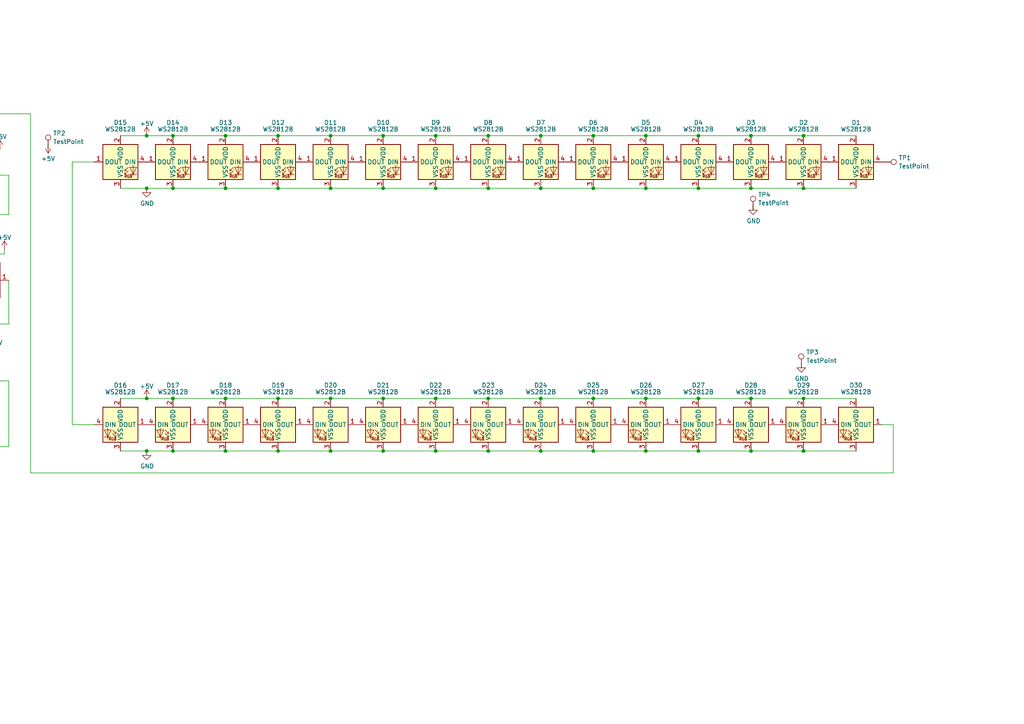
<source format=kicad_sch>
(kicad_sch (version 20231120) (generator "eeschema") (generator_version "8.0")
  (paper "A4")
  (lib_symbols
    (symbol "+5V_1" (power) (pin_numbers hide) (pin_names (offset 0) hide)
      (property "Value" "+5V" (at 0 3.556 0))
      (symbol "+5V_1_1_1"
        (pin power_in line (at 0 0 90) (length 0) (name "~") (number "1"))
      )
    )
    (symbol "Connector:TestPoint" (pin_numbers hide) (pin_names (offset 0.762) hide)
      (property "Reference" "TP" (at 0 6.858 0))
      (property "Value" "TestPoint" (at 0 5.08 0))
      (symbol "TestPoint_1_1"
        (pin passive line (at 0 0 90) (length 2.54) (name "1") (number "1"))
      )
    )
    (symbol "GND_1" (power) (pin_numbers hide) (pin_names (offset 0) hide)
      (property "Value" "GND" (at 0 -3.81 0))
      (symbol "GND_1_1_1"
        (pin power_in line (at 0 0 270) (length 0) (name "~") (number "1"))
      )
    )
    (symbol "xl-1010RGBC_107"
      (property "Reference" "U" (at 0 0 0))
      (symbol "xl-1010RGBC_107_0_0"
        (text "RGB" (at 2.286 -4.191 0) (effects (font (size 0.762 0.762))))
      )
      (symbol "xl-1010RGBC_107_1_1"
        (pin output line (at -7.62 0 0) (length 2.54) (name "DOUT") (number "1"))
        (pin power_in line (at 0 7.62 270) (length 2.54) (name "VDD") (number "2"))
        (pin power_in line (at 0 -7.62 90) (length 2.54) (name "VSS") (number "3"))
        (pin input line (at 7.62 0 180) (length 2.54) (name "DIN") (number "4"))
      )
    )
    (symbol "xl-1010RGBC_108"
      (property "Reference" "U" (at 0 0 0))
      (symbol "xl-1010RGBC_108_0_0"
        (text "RGB" (at 2.286 -4.191 0) (effects (font (size 0.762 0.762))))
      )
      (symbol "xl-1010RGBC_108_1_1"
        (pin output line (at -7.62 0 0) (length 2.54) (name "DOUT") (number "1"))
        (pin power_in line (at 0 7.62 270) (length 2.54) (name "VDD") (number "2"))
        (pin power_in line (at 0 -7.62 90) (length 2.54) (name "VSS") (number "3"))
        (pin input line (at 7.62 0 180) (length 2.54) (name "DIN") (number "4"))
      )
    )
    (symbol "xl-1010RGBC_109"
      (property "Reference" "U" (at 0 0 0))
      (symbol "xl-1010RGBC_109_0_0"
        (text "RGB" (at 2.286 -4.191 0) (effects (font (size 0.762 0.762))))
      )
      (symbol "xl-1010RGBC_109_1_1"
        (pin output line (at -7.62 0 0) (length 2.54) (name "DOUT") (number "1"))
        (pin power_in line (at 0 7.62 270) (length 2.54) (name "VDD") (number "2"))
        (pin power_in line (at 0 -7.62 90) (length 2.54) (name "VSS") (number "3"))
        (pin input line (at 7.62 0 180) (length 2.54) (name "DIN") (number "4"))
      )
    )
    (symbol "xl-1010RGBC_110"
      (property "Reference" "U" (at 0 0 0))
      (symbol "xl-1010RGBC_110_0_0"
        (text "RGB" (at 2.286 -4.191 0) (effects (font (size 0.762 0.762))))
      )
      (symbol "xl-1010RGBC_110_1_1"
        (pin output line (at -7.62 0 0) (length 2.54) (name "DOUT") (number "1"))
        (pin power_in line (at 0 7.62 270) (length 2.54) (name "VDD") (number "2"))
        (pin power_in line (at 0 -7.62 90) (length 2.54) (name "VSS") (number "3"))
        (pin input line (at 7.62 0 180) (length 2.54) (name "DIN") (number "4"))
      )
    )
    (symbol "xl-1010RGBC_111"
      (property "Reference" "U" (at 0 0 0))
      (symbol "xl-1010RGBC_111_0_0"
        (text "RGB" (at 2.286 -4.191 0) (effects (font (size 0.762 0.762))))
      )
      (symbol "xl-1010RGBC_111_1_1"
        (pin output line (at -7.62 0 0) (length 2.54) (name "DOUT") (number "1"))
        (pin power_in line (at 0 7.62 270) (length 2.54) (name "VDD") (number "2"))
        (pin power_in line (at 0 -7.62 90) (length 2.54) (name "VSS") (number "3"))
        (pin input line (at 7.62 0 180) (length 2.54) (name "DIN") (number "4"))
      )
    )
    (symbol "xl-1010RGBC_112"
      (property "Reference" "U" (at 0 0 0))
      (symbol "xl-1010RGBC_112_0_0"
        (text "RGB" (at 2.286 -4.191 0) (effects (font (size 0.762 0.762))))
      )
      (symbol "xl-1010RGBC_112_1_1"
        (pin output line (at -7.62 0 0) (length 2.54) (name "DOUT") (number "1"))
        (pin power_in line (at 0 7.62 270) (length 2.54) (name "VDD") (number "2"))
        (pin power_in line (at 0 -7.62 90) (length 2.54) (name "VSS") (number "3"))
        (pin input line (at 7.62 0 180) (length 2.54) (name "DIN") (number "4"))
      )
    )
    (symbol "xl-1010RGBC_113"
      (property "Reference" "U" (at 0 0 0))
      (symbol "xl-1010RGBC_113_0_0"
        (text "RGB" (at 2.286 -4.191 0) (effects (font (size 0.762 0.762))))
      )
      (symbol "xl-1010RGBC_113_1_1"
        (pin output line (at -7.62 0 0) (length 2.54) (name "DOUT") (number "1"))
        (pin power_in line (at 0 7.62 270) (length 2.54) (name "VDD") (number "2"))
        (pin power_in line (at 0 -7.62 90) (length 2.54) (name "VSS") (number "3"))
        (pin input line (at 7.62 0 180) (length 2.54) (name "DIN") (number "4"))
      )
    )
    (symbol "xl-1010RGBC_114"
      (property "Reference" "U" (at 0 0 0))
      (symbol "xl-1010RGBC_114_0_0"
        (text "RGB" (at 2.286 -4.191 0) (effects (font (size 0.762 0.762))))
      )
      (symbol "xl-1010RGBC_114_1_1"
        (pin output line (at -7.62 0 0) (length 2.54) (name "DOUT") (number "1"))
        (pin power_in line (at 0 7.62 270) (length 2.54) (name "VDD") (number "2"))
        (pin power_in line (at 0 -7.62 90) (length 2.54) (name "VSS") (number "3"))
        (pin input line (at 7.62 0 180) (length 2.54) (name "DIN") (number "4"))
      )
    )
    (symbol "xl-1010RGBC_165"
      (property "Reference" "U" (at 0 0 0))
      (symbol "xl-1010RGBC_165_0_0"
        (text "RGB" (at 2.286 -4.191 0) (effects (font (size 0.762 0.762))))
      )
      (symbol "xl-1010RGBC_165_1_1"
        (pin output line (at -7.62 0 0) (length 2.54) (name "DOUT") (number "1"))
        (pin power_in line (at 0 7.62 270) (length 2.54) (name "VDD") (number "2"))
        (pin power_in line (at 0 -7.62 90) (length 2.54) (name "VSS") (number "3"))
        (pin input line (at 7.62 0 180) (length 2.54) (name "DIN") (number "4"))
      )
    )
    (symbol "xl-1010RGBC_169"
      (property "Reference" "U" (at 0 0 0))
      (symbol "xl-1010RGBC_169_0_0"
        (text "RGB" (at 2.286 -4.191 0) (effects (font (size 0.762 0.762))))
      )
      (symbol "xl-1010RGBC_169_1_1"
        (pin output line (at -7.62 0 0) (length 2.54) (name "DOUT") (number "1"))
        (pin power_in line (at 0 7.62 270) (length 2.54) (name "VDD") (number "2"))
        (pin power_in line (at 0 -7.62 90) (length 2.54) (name "VSS") (number "3"))
        (pin input line (at 7.62 0 180) (length 2.54) (name "DIN") (number "4"))
      )
    )
    (symbol "xl-1010RGBC_183"
      (property "Reference" "U" (at 0 0 0))
      (symbol "xl-1010RGBC_183_0_0"
        (text "RGB" (at 2.286 -4.191 0) (effects (font (size 0.762 0.762))))
      )
      (symbol "xl-1010RGBC_183_1_1"
        (pin output line (at -7.62 0 0) (length 2.54) (name "DOUT") (number "1"))
        (pin power_in line (at 0 7.62 270) (length 2.54) (name "VDD") (number "2"))
        (pin power_in line (at 0 -7.62 90) (length 2.54) (name "VSS") (number "3"))
        (pin input line (at 7.62 0 180) (length 2.54) (name "DIN") (number "4"))
      )
    )
    (symbol "xl-1010RGBC_226"
      (property "Reference" "U" (at 0 0 0))
      (symbol "xl-1010RGBC_226_0_0"
        (text "RGB" (at 2.286 -4.191 0) (effects (font (size 0.762 0.762))))
      )
      (symbol "xl-1010RGBC_226_1_1"
        (pin output line (at -7.62 0 0) (length 2.54) (name "DOUT") (number "1"))
        (pin power_in line (at 0 7.62 270) (length 2.54) (name "VDD") (number "2"))
        (pin power_in line (at 0 -7.62 90) (length 2.54) (name "VSS") (number "3"))
        (pin input line (at 7.62 0 180) (length 2.54) (name "DIN") (number "4"))
      )
    )
    (symbol "xl-1010RGBC_243"
      (property "Reference" "U" (at 0 0 0))
      (symbol "xl-1010RGBC_243_0_0"
        (text "RGB" (at 2.286 -4.191 0) (effects (font (size 0.762 0.762))))
      )
      (symbol "xl-1010RGBC_243_1_1"
        (pin output line (at -7.62 0 0) (length 2.54) (name "DOUT") (number "1"))
        (pin power_in line (at 0 7.62 270) (length 2.54) (name "VDD") (number "2"))
        (pin power_in line (at 0 -7.62 90) (length 2.54) (name "VSS") (number "3"))
        (pin input line (at 7.62 0 180) (length 2.54) (name "DIN") (number "4"))
      )
    )
    (symbol "xl-1010RGBC_295"
      (property "Reference" "U" (at 0 0 0))
      (symbol "xl-1010RGBC_295_0_0"
        (text "RGB" (at 2.286 -4.191 0) (effects (font (size 0.762 0.762))))
      )
      (symbol "xl-1010RGBC_295_1_1"
        (pin output line (at -7.62 0 0) (length 2.54) (name "DOUT") (number "1"))
        (pin power_in line (at 0 7.62 270) (length 2.54) (name "VDD") (number "2"))
        (pin power_in line (at 0 -7.62 90) (length 2.54) (name "VSS") (number "3"))
        (pin input line (at 7.62 0 180) (length 2.54) (name "DIN") (number "4"))
      )
    )
    (symbol "xl-1010RGBC_296"
      (property "Reference" "U" (at 0 0 0))
      (symbol "xl-1010RGBC_296_0_0"
        (text "RGB" (at 2.286 -4.191 0) (effects (font (size 0.762 0.762))))
      )
      (symbol "xl-1010RGBC_296_1_1"
        (pin output line (at -7.62 0 0) (length 2.54) (name "DOUT") (number "1"))
        (pin power_in line (at 0 7.62 270) (length 2.54) (name "VDD") (number "2"))
        (pin power_in line (at 0 -7.62 90) (length 2.54) (name "VSS") (number "3"))
        (pin input line (at 7.62 0 180) (length 2.54) (name "DIN") (number "4"))
      )
    )
    (symbol "xl-1010RGBC_306"
      (property "Reference" "U" (at 0 0 0))
      (symbol "xl-1010RGBC_306_0_0"
        (text "RGB" (at 2.286 -4.191 0) (effects (font (size 0.762 0.762))))
      )
      (symbol "xl-1010RGBC_306_1_1"
        (pin output line (at -7.62 0 0) (length 2.54) (name "DOUT") (number "1"))
        (pin power_in line (at 0 7.62 270) (length 2.54) (name "VDD") (number "2"))
        (pin power_in line (at 0 -7.62 90) (length 2.54) (name "VSS") (number "3"))
        (pin input line (at 7.62 0 180) (length 2.54) (name "DIN") (number "4"))
      )
    )
    (symbol "xl-1010RGBC_311"
      (property "Reference" "U" (at 0 0 0))
      (symbol "xl-1010RGBC_311_0_0"
        (text "RGB" (at 2.286 -4.191 0) (effects (font (size 0.762 0.762))))
      )
      (symbol "xl-1010RGBC_311_1_1"
        (pin output line (at -7.62 0 0) (length 2.54) (name "DOUT") (number "1"))
        (pin power_in line (at 0 7.62 270) (length 2.54) (name "VDD") (number "2"))
        (pin power_in line (at 0 -7.62 90) (length 2.54) (name "VSS") (number "3"))
        (pin input line (at 7.62 0 180) (length 2.54) (name "DIN") (number "4"))
      )
    )
    (symbol "xl-1010RGBC_317"
      (property "Reference" "U" (at 0 0 0))
      (symbol "xl-1010RGBC_317_0_0"
        (text "RGB" (at 2.286 -4.191 0) (effects (font (size 0.762 0.762))))
      )
      (symbol "xl-1010RGBC_317_1_1"
        (pin output line (at -7.62 0 0) (length 2.54) (name "DOUT") (number "1"))
        (pin power_in line (at 0 7.62 270) (length 2.54) (name "VDD") (number "2"))
        (pin power_in line (at 0 -7.62 90) (length 2.54) (name "VSS") (number "3"))
        (pin input line (at 7.62 0 180) (length 2.54) (name "DIN") (number "4"))
      )
    )
    (symbol "xl-1010RGBC_318"
      (property "Reference" "U" (at 0 0 0))
      (symbol "xl-1010RGBC_318_0_0"
        (text "RGB" (at 2.286 -4.191 0) (effects (font (size 0.762 0.762))))
      )
      (symbol "xl-1010RGBC_318_1_1"
        (pin output line (at -7.62 0 0) (length 2.54) (name "DOUT") (number "1"))
        (pin power_in line (at 0 7.62 270) (length 2.54) (name "VDD") (number "2"))
        (pin power_in line (at 0 -7.62 90) (length 2.54) (name "VSS") (number "3"))
        (pin input line (at 7.62 0 180) (length 2.54) (name "DIN") (number "4"))
      )
    )
    (symbol "xl-1010RGBC_323"
      (property "Reference" "U" (at 0 0 0))
      (symbol "xl-1010RGBC_323_0_0"
        (text "RGB" (at 2.286 -4.191 0) (effects (font (size 0.762 0.762))))
      )
      (symbol "xl-1010RGBC_323_1_1"
        (pin output line (at -7.62 0 0) (length 2.54) (name "DOUT") (number "1"))
        (pin power_in line (at 0 7.62 270) (length 2.54) (name "VDD") (number "2"))
        (pin power_in line (at 0 -7.62 90) (length 2.54) (name "VSS") (number "3"))
        (pin input line (at 7.62 0 180) (length 2.54) (name "DIN") (number "4"))
      )
    )
    (symbol "xl-1010RGBC_324"
      (property "Reference" "U" (at 0 0 0))
      (symbol "xl-1010RGBC_324_0_0"
        (text "RGB" (at 2.286 -4.191 0) (effects (font (size 0.762 0.762))))
      )
      (symbol "xl-1010RGBC_324_1_1"
        (pin output line (at -7.62 0 0) (length 2.54) (name "DOUT") (number "1"))
        (pin power_in line (at 0 7.62 270) (length 2.54) (name "VDD") (number "2"))
        (pin power_in line (at 0 -7.62 90) (length 2.54) (name "VSS") (number "3"))
        (pin input line (at 7.62 0 180) (length 2.54) (name "DIN") (number "4"))
      )
    )
    (symbol "xl-1010RGBC_349"
      (property "Reference" "U" (at 0 0 0))
      (symbol "xl-1010RGBC_349_0_0"
        (text "RGB" (at 2.286 -4.191 0) (effects (font (size 0.762 0.762))))
      )
      (symbol "xl-1010RGBC_349_1_1"
        (pin output line (at -7.62 0 0) (length 2.54) (name "DOUT") (number "1"))
        (pin power_in line (at 0 7.62 270) (length 2.54) (name "VDD") (number "2"))
        (pin power_in line (at 0 -7.62 90) (length 2.54) (name "VSS") (number "3"))
        (pin input line (at 7.62 0 180) (length 2.54) (name "DIN") (number "4"))
      )
    )
    (symbol "xl-1010RGBC_390"
      (property "Reference" "U" (at 0 0 0))
      (symbol "xl-1010RGBC_390_0_0"
        (text "RGB" (at 2.286 -4.191 0) (effects (font (size 0.762 0.762))))
      )
      (symbol "xl-1010RGBC_390_1_1"
        (pin output line (at -7.62 0 0) (length 2.54) (name "DOUT") (number "1"))
        (pin power_in line (at 0 7.62 270) (length 2.54) (name "VDD") (number "2"))
        (pin power_in line (at 0 -7.62 90) (length 2.54) (name "VSS") (number "3"))
        (pin input line (at 7.62 0 180) (length 2.54) (name "DIN") (number "4"))
      )
    )
    (symbol "xl-1010RGBC_395"
      (property "Reference" "U" (at 0 0 0))
      (symbol "xl-1010RGBC_395_0_0"
        (text "RGB" (at 2.286 -4.191 0) (effects (font (size 0.762 0.762))))
      )
      (symbol "xl-1010RGBC_395_1_1"
        (pin output line (at -7.62 0 0) (length 2.54) (name "DOUT") (number "1"))
        (pin power_in line (at 0 7.62 270) (length 2.54) (name "VDD") (number "2"))
        (pin power_in line (at 0 -7.62 90) (length 2.54) (name "VSS") (number "3"))
        (pin input line (at 7.62 0 180) (length 2.54) (name "DIN") (number "4"))
      )
    )
    (symbol "xl-1010RGBC_403"
      (property "Reference" "U" (at 0 0 0))
      (symbol "xl-1010RGBC_403_0_0"
        (text "RGB" (at 2.286 -4.191 0) (effects (font (size 0.762 0.762))))
      )
      (symbol "xl-1010RGBC_403_1_1"
        (pin output line (at -7.62 0 0) (length 2.54) (name "DOUT") (number "1"))
        (pin power_in line (at 0 7.62 270) (length 2.54) (name "VDD") (number "2"))
        (pin power_in line (at 0 -7.62 90) (length 2.54) (name "VSS") (number "3"))
        (pin input line (at 7.62 0 180) (length 2.54) (name "DIN") (number "4"))
      )
    )
    (symbol "xl-1010RGBC_426"
      (property "Reference" "U" (at 0 0 0))
      (symbol "xl-1010RGBC_426_0_0"
        (text "RGB" (at 2.286 -4.191 0) (effects (font (size 0.762 0.762))))
      )
      (symbol "xl-1010RGBC_426_1_1"
        (pin output line (at -7.62 0 0) (length 2.54) (name "DOUT") (number "1"))
        (pin power_in line (at 0 7.62 270) (length 2.54) (name "VDD") (number "2"))
        (pin power_in line (at 0 -7.62 90) (length 2.54) (name "VSS") (number "3"))
        (pin input line (at 7.62 0 180) (length 2.54) (name "DIN") (number "4"))
      )
    )
    (symbol "xl-1010RGBC_427"
      (property "Reference" "U" (at 0 0 0))
      (symbol "xl-1010RGBC_427_0_0"
        (text "RGB" (at 2.286 -4.191 0) (effects (font (size 0.762 0.762))))
      )
      (symbol "xl-1010RGBC_427_1_1"
        (pin output line (at -7.62 0 0) (length 2.54) (name "DOUT") (number "1"))
        (pin power_in line (at 0 7.62 270) (length 2.54) (name "VDD") (number "2"))
        (pin power_in line (at 0 -7.62 90) (length 2.54) (name "VSS") (number "3"))
        (pin input line (at 7.62 0 180) (length 2.54) (name "DIN") (number "4"))
      )
    )
    (symbol "xl-1010RGBC_428"
      (property "Reference" "U" (at 0 0 0))
      (symbol "xl-1010RGBC_428_0_0"
        (text "RGB" (at 2.286 -4.191 0) (effects (font (size 0.762 0.762))))
      )
      (symbol "xl-1010RGBC_428_1_1"
        (pin output line (at -7.62 0 0) (length 2.54) (name "DOUT") (number "1"))
        (pin power_in line (at 0 7.62 270) (length 2.54) (name "VDD") (number "2"))
        (pin power_in line (at 0 -7.62 90) (length 2.54) (name "VSS") (number "3"))
        (pin input line (at 7.62 0 180) (length 2.54) (name "DIN") (number "4"))
      )
    )
    (symbol "xl-1010RGBC_429"
      (property "Reference" "U" (at 0 0 0))
      (symbol "xl-1010RGBC_429_0_0"
        (text "RGB" (at 2.286 -4.191 0) (effects (font (size 0.762 0.762))))
      )
      (symbol "xl-1010RGBC_429_1_1"
        (pin output line (at -7.62 0 0) (length 2.54) (name "DOUT") (number "1"))
        (pin power_in line (at 0 7.62 270) (length 2.54) (name "VDD") (number "2"))
        (pin power_in line (at 0 -7.62 90) (length 2.54) (name "VSS") (number "3"))
        (pin input line (at 7.62 0 180) (length 2.54) (name "DIN") (number "4"))
      )
    )
    (symbol "xl-1010RGBC_430"
      (property "Reference" "U" (at 0 0 0))
      (symbol "xl-1010RGBC_430_0_0"
        (text "RGB" (at 2.286 -4.191 0) (effects (font (size 0.762 0.762))))
      )
      (symbol "xl-1010RGBC_430_1_1"
        (pin output line (at -7.62 0 0) (length 2.54) (name "DOUT") (number "1"))
        (pin power_in line (at 0 7.62 270) (length 2.54) (name "VDD") (number "2"))
        (pin power_in line (at 0 -7.62 90) (length 2.54) (name "VSS") (number "3"))
        (pin input line (at 7.62 0 180) (length 2.54) (name "DIN") (number "4"))
      )
    )
    (symbol "xl-1010RGBC_431"
      (property "Reference" "U" (at 0 0 0))
      (symbol "xl-1010RGBC_431_0_0"
        (text "RGB" (at 2.286 -4.191 0) (effects (font (size 0.762 0.762))))
      )
      (symbol "xl-1010RGBC_431_1_1"
        (pin output line (at -7.62 0 0) (length 2.54) (name "DOUT") (number "1"))
        (pin power_in line (at 0 7.62 270) (length 2.54) (name "VDD") (number "2"))
        (pin power_in line (at 0 -7.62 90) (length 2.54) (name "VSS") (number "3"))
        (pin input line (at 7.62 0 180) (length 2.54) (name "DIN") (number "4"))
      )
    )
    (symbol "xl-1010RGBC_432"
      (property "Reference" "U" (at 0 0 0))
      (symbol "xl-1010RGBC_432_0_0"
        (text "RGB" (at 2.286 -4.191 0) (effects (font (size 0.762 0.762))))
      )
      (symbol "xl-1010RGBC_432_1_1"
        (pin output line (at -7.62 0 0) (length 2.54) (name "DOUT") (number "1"))
        (pin power_in line (at 0 7.62 270) (length 2.54) (name "VDD") (number "2"))
        (pin power_in line (at 0 -7.62 90) (length 2.54) (name "VSS") (number "3"))
        (pin input line (at 7.62 0 180) (length 2.54) (name "DIN") (number "4"))
      )
    )
    (symbol "xl-1010RGBC_433"
      (property "Reference" "U" (at 0 0 0))
      (symbol "xl-1010RGBC_433_0_0"
        (text "RGB" (at 2.286 -4.191 0) (effects (font (size 0.762 0.762))))
      )
      (symbol "xl-1010RGBC_433_1_1"
        (pin output line (at -7.62 0 0) (length 2.54) (name "DOUT") (number "1"))
        (pin power_in line (at 0 7.62 270) (length 2.54) (name "VDD") (number "2"))
        (pin power_in line (at 0 -7.62 90) (length 2.54) (name "VSS") (number "3"))
        (pin input line (at 7.62 0 180) (length 2.54) (name "DIN") (number "4"))
      )
    )
  )
  (junction (at 80.645 39.37))
  (junction (at 141.605 115.57))
  (junction (at 172.085 39.37))
  (junction (at 156.845 54.61))
  (junction (at 95.885 39.37))
  (junction (at 126.365 130.81))
  (junction (at -26.67 66.04))
  (junction (at 111.125 115.57))
  (junction (at 65.405 54.61))
  (junction (at -24.13 92.71))
  (junction (at 202.565 39.37))
  (junction (at -24.13 119.38))
  (junction (at 42.545 39.37))
  (junction (at 65.405 130.81))
  (junction (at 80.645 54.61))
  (junction (at 202.565 115.57))
  (junction (at 95.885 130.81))
  (junction (at 141.605 130.81))
  (junction (at 65.405 115.57))
  (junction (at 42.545 115.57))
  (junction (at -5.08 73.66))
  (junction (at 141.605 39.37))
  (junction (at 80.645 130.81))
  (junction (at 156.845 130.81))
  (junction (at 50.165 39.37))
  (junction (at 80.645 115.57))
  (junction (at 187.325 130.81))
  (junction (at 187.325 39.37))
  (junction (at 42.545 130.81))
  (junction (at 172.085 54.61))
  (junction (at 65.405 39.37))
  (junction (at 95.885 115.57))
  (junction (at 202.565 130.81))
  (junction (at 217.805 39.37))
  (junction (at 217.805 54.61))
  (junction (at 187.325 54.61))
  (junction (at 50.165 54.61))
  (junction (at 111.125 54.61))
  (junction (at 233.045 54.61))
  (junction (at 233.045 39.37))
  (junction (at 233.045 130.81))
  (junction (at 50.165 115.57))
  (junction (at 217.805 130.81))
  (junction (at 50.165 130.81))
  (junction (at -7.62 43.18))
  (junction (at 111.125 130.81))
  (junction (at 172.085 130.81))
  (junction (at 42.545 54.61))
  (junction (at 187.325 115.57))
  (junction (at 156.845 115.57))
  (junction (at 202.565 54.61))
  (junction (at 126.365 39.37))
  (junction (at 156.845 39.37))
  (junction (at 126.365 115.57))
  (junction (at 217.805 115.57))
  (junction (at 141.605 54.61))
  (junction (at 126.365 54.61))
  (junction (at 95.885 54.61))
  (junction (at 111.125 39.37))
  (junction (at -7.62 102.87))
  (junction (at 233.045 115.57))
  (junction (at 172.085 115.57))
  (wire (pts (xy -59.69 100.33) (xy -59.69 97.79)))
  (wire (pts (xy -82.55 76.2) (xy -82.55 90.17)))
  (wire (pts (xy -34.29 58.42) (xy -35.56 58.42)))
  (wire (pts (xy -25.4 33.02) (xy -36.83 44.45)))
  (wire (pts (xy 111.125 39.37) (xy 126.365 39.37)))
  (wire (pts (xy 259.08 123.19) (xy 259.08 137.16)))
  (wire (pts (xy -26.67 66.04) (xy -20.32 66.04)))
  (wire (pts (xy -36.83 57.15) (xy -35.56 58.42)))
  (wire (pts (xy 50.165 115.57) (xy 65.405 115.57)))
  (wire (pts (xy 8.89 33.02) (xy -25.4 33.02)))
  (wire (pts (xy -13.97 73.66) (xy -5.08 73.66)))
  (wire (pts (xy -24.13 92.71) (xy -15.24 92.71)))
  (wire (pts (xy 80.645 54.61) (xy 95.885 54.61)))
  (wire (pts (xy 202.565 115.57) (xy 217.805 115.57)))
  (wire (pts (xy 65.405 39.37) (xy 80.645 39.37)))
  (wire (pts (xy 13.97 41.91) (xy 13.97 43.18)))
  (wire (pts (xy 34.925 115.57) (xy 42.545 115.57)))
  (wire (pts (xy -12.7 58.42) (xy -7.62 58.42)))
  (wire (pts (xy -90.17 116.84) (xy -90.17 119.38)))
  (wire (pts (xy 0 43.18) (xy -7.62 43.18)))
  (wire (pts (xy 141.605 130.81) (xy 156.845 130.81)))
  (wire (pts (xy -74.93 81.28) (xy -74.93 83.82)))
  (wire (pts (xy -74.93 71.12) (xy -74.93 68.58)))
  (wire (pts (xy -12.7 43.18) (xy -7.62 43.18)))
  (wire (pts (xy 233.045 130.81) (xy 248.285 130.81)))
  (wire (pts (xy 27.305 46.99) (xy 20.955 46.99)))
  (wire (pts (xy 95.885 39.37) (xy 111.125 39.37)))
  (wire (pts (xy -36.83 44.45) (xy -36.83 57.15)))
  (wire (pts (xy 232.41 105.41) (xy 232.41 106.68)))
  (wire (pts (xy -52.07 83.82) (xy -45.72 83.82)))
  (wire (pts (xy -59.69 110.49) (xy -59.69 113.03)))
  (wire (pts (xy -24.13 104.14) (xy -16.51 104.14)))
  (wire (pts (xy 80.645 115.57) (xy 95.885 115.57)))
  (wire (pts (xy 80.645 39.37) (xy 95.885 39.37)))
  (wire (pts (xy 217.805 39.37) (xy 233.045 39.37)))
  (wire (pts (xy -12.7 58.42) (xy -20.32 66.04)))
  (wire (pts (xy 126.365 54.61) (xy 141.605 54.61)))
  (wire (pts (xy 187.325 130.81) (xy 202.565 130.81)))
  (wire (pts (xy 0 50.8) (xy 2.54 50.8)))
  (wire (pts (xy 8.89 137.16) (xy 259.08 137.16)))
  (wire (pts (xy -19.05 71.12) (xy -10.16 62.23)))
  (wire (pts (xy 217.805 54.61) (xy 233.045 54.61)))
  (wire (pts (xy -59.69 88.9) (xy -59.69 91.44)))
  (wire (pts (xy -74.93 124.46) (xy -74.93 127)))
  (wire (pts (xy 42.545 54.61) (xy 50.165 54.61)))
  (wire (pts (xy 65.405 115.57) (xy 80.645 115.57)))
  (wire (pts (xy 233.045 39.37) (xy 248.285 39.37)))
  (wire (pts (xy 156.845 39.37) (xy 172.085 39.37)))
  (wire (pts (xy 202.565 39.37) (xy 217.805 39.37)))
  (wire (pts (xy -16.51 104.14) (xy -15.24 102.87)))
  (wire (pts (xy 2.54 62.23) (xy -10.16 62.23)))
  (wire (pts (xy -67.31 76.2) (xy -67.31 83.82)))
  (wire (pts (xy 34.925 130.81) (xy 42.545 130.81)))
  (wire (pts (xy 20.955 123.19) (xy 27.305 123.19)))
  (wire (pts (xy 2.54 50.8) (xy 2.54 62.23)))
  (wire (pts (xy 172.085 130.81) (xy 187.325 130.81)))
  (wire (pts (xy 42.545 130.81) (xy 50.165 130.81)))
  (wire (pts (xy -11.43 93.98) (xy -16.51 99.06)))
  (wire (pts (xy -67.31 97.79) (xy -67.31 105.41)))
  (wire (pts (xy -41.91 87.63) (xy -45.72 83.82)))
  (wire (pts (xy -16.51 52.07) (xy -16.51 55.88)))
  (wire (pts (xy -90.17 95.25) (xy -90.17 97.79)))
  (wire (pts (xy 2.54 129.54) (xy -31.75 129.54)))
  (wire (pts (xy -15.24 50.8) (xy -16.51 52.07)))
  (wire (pts (xy -11.43 88.9) (xy -15.24 92.71)))
  (wire (pts (xy -20.32 50.8) (xy -12.7 43.18)))
  (wire (pts (xy 111.125 130.81) (xy 126.365 130.81)))
  (wire (pts (xy 218.44 59.69) (xy 218.44 60.96)))
  (wire (pts (xy 34.925 54.61) (xy 42.545 54.61)))
  (wire (pts (xy -24.13 77.47) (xy -17.78 77.47)))
  (wire (pts (xy -31.75 71.12) (xy -35.56 74.93)))
  (wire (pts (xy -52.07 105.41) (xy -52.07 114.3)))
  (wire (pts (xy 65.405 54.61) (xy 80.645 54.61)))
  (wire (pts (xy -17.78 77.47) (xy -13.97 73.66)))
  (wire (pts (xy 172.085 39.37) (xy 187.325 39.37)))
  (wire (pts (xy 233.045 54.61) (xy 248.285 54.61)))
  (wire (pts (xy -20.32 50.8) (xy -26.67 50.8)))
  (wire (pts (xy 255.905 123.19) (xy 259.08 123.19)))
  (wire (pts (xy -59.69 78.74) (xy -59.69 76.2)))
  (wire (pts (xy 217.805 130.81) (xy 233.045 130.81)))
  (wire (pts (xy 0 110.49) (xy 2.54 110.49)))
  (wire (pts (xy -34.29 111.76) (xy -31.75 111.76)))
  (wire (pts (xy -7.62 118.11) (xy -13.97 118.11)))
  (wire (pts (xy 126.365 115.57) (xy 141.605 115.57)))
  (wire (pts (xy 141.605 54.61) (xy 156.845 54.61)))
  (wire (pts (xy -5.08 88.9) (xy -11.43 88.9)))
  (wire (pts (xy 1.27 72.39) (xy 1.27 73.66)))
  (wire (pts (xy 126.365 39.37) (xy 141.605 39.37)))
  (wire (pts (xy 34.925 39.37) (xy 42.545 39.37)))
  (wire (pts (xy 156.845 115.57) (xy 172.085 115.57)))
  (wire (pts (xy -90.17 85.09) (xy -90.17 82.55)))
  (wire (pts (xy -74.93 102.87) (xy -74.93 105.41)))
  (wire (pts (xy -74.93 114.3) (xy -74.93 111.76)))
  (wire (pts (xy -83.82 97.79) (xy -82.55 97.79)))
  (wire (pts (xy -15.24 110.49) (xy -16.51 111.76)))
  (wire (pts (xy -31.75 129.54) (xy -41.91 119.38)))
  (wire (pts (xy 50.165 39.37) (xy 65.405 39.37)))
  (wire (pts (xy 42.545 39.37) (xy 50.165 39.37)))
  (wire (pts (xy -31.75 99.06) (xy -35.56 102.87)))
  (wire (pts (xy -83.82 97.79) (xy -88.9 92.71)))
  (wire (pts (xy -82.55 111.76) (xy -82.55 119.38)))
  (wire (pts (xy -74.93 92.71) (xy -74.93 90.17)))
  (wire (pts (xy 80.645 130.81) (xy 95.885 130.81)))
  (wire (pts (xy 156.845 54.61) (xy 172.085 54.61)))
  (wire (pts (xy -41.91 119.38) (xy -41.91 87.63)))
  (wire (pts (xy -35.56 74.93) (xy -35.56 83.82)))
  (wire (pts (xy -16.51 55.88) (xy -19.05 58.42)))
  (wire (pts (xy -16.51 99.06) (xy -31.75 99.06)))
  (wire (pts (xy 187.325 54.61) (xy 202.565 54.61)))
  (wire (pts (xy 95.885 130.81) (xy 111.125 130.81)))
  (wire (pts (xy 95.885 54.61) (xy 111.125 54.61)))
  (wire (pts (xy -13.97 118.11) (xy -15.24 119.38)))
  (wire (pts (xy 141.605 39.37) (xy 156.845 39.37)))
  (wire (pts (xy 111.125 115.57) (xy 126.365 115.57)))
  (wire (pts (xy 172.085 54.61) (xy 187.325 54.61)))
  (wire (pts (xy -35.56 102.87) (xy -35.56 110.49)))
  (wire (pts (xy -19.05 71.12) (xy -31.75 71.12)))
  (wire (pts (xy -90.17 106.68) (xy -90.17 104.14)))
  (wire (pts (xy 217.805 115.57) (xy 233.045 115.57)))
  (wire (pts (xy 65.405 130.81) (xy 80.645 130.81)))
  (wire (pts (xy 2.54 110.49) (xy 2.54 129.54)))
  (wire (pts (xy 172.085 115.57) (xy 187.325 115.57)))
  (wire (pts (xy -12.7 81.28) (xy -16.51 85.09)))
  (wire (pts (xy 156.845 130.81) (xy 172.085 130.81)))
  (wire (pts (xy 2.54 93.98) (xy -11.43 93.98)))
  (wire (pts (xy 233.045 115.57) (xy 248.285 115.57)))
  (wire (pts (xy 95.885 115.57) (xy 111.125 115.57)))
  (wire (pts (xy -67.31 119.38) (xy -57.15 119.38)))
  (wire (pts (xy 50.165 130.81) (xy 65.405 130.81)))
  (wire (pts (xy -7.62 102.87) (xy -1.27 102.87)))
  (wire (pts (xy -15.24 102.87) (xy -7.62 102.87)))
  (wire (pts (xy 126.365 130.81) (xy 141.605 130.81)))
  (wire (pts (xy 42.545 115.57) (xy 50.165 115.57)))
  (wire (pts (xy 141.605 115.57) (xy 156.845 115.57)))
  (wire (pts (xy 20.955 46.99) (xy 20.955 123.19)))
  (wire (pts (xy 1.27 73.66) (xy -5.08 73.66)))
  (wire (pts (xy 202.565 54.61) (xy 217.805 54.61)))
  (wire (pts (xy -24.13 119.38) (xy -15.24 119.38)))
  (wire (pts (xy -34.29 85.09) (xy -31.75 85.09)))
  (wire (pts (xy 187.325 115.57) (xy 202.565 115.57)))
  (wire (pts (xy -57.15 119.38) (xy -52.07 114.3)))
  (wire (pts (xy 111.125 54.61) (xy 126.365 54.61)))
  (wire (pts (xy 8.89 33.02) (xy 8.89 137.16)))
  (wire (pts (xy -97.79 90.17) (xy -97.79 111.76)))
  (wire (pts (xy -35.56 83.82) (xy -34.29 85.09)))
  (wire (pts (xy 2.54 81.28) (xy 2.54 93.98)))
  (wire (pts (xy 202.565 130.81) (xy 217.805 130.81)))
  (wire (pts (xy 50.165 54.61) (xy 65.405 54.61)))
  (wire (pts (xy -88.9 63.5) (xy -88.9 92.71)))
  (wire (pts (xy -35.56 110.49) (xy -34.29 111.76)))
  (wire (pts (xy 187.325 39.37) (xy 202.565 39.37)))
  (symbol (lib_name "xl-1010RGBC_433") (lib_id "JumperlessSymbols:xl-1010RGBC") (at -5.08 81.28 0) (mirror y) (unit 1)
    (property "Reference" "D34" (at -5.08 69.85 0))
    (property "Value" "WS2812B" (at -5.08 71.771 0))
    (property "Footprint" "JumperlessFootprints:XL-1010RGBC-WS2812B" (effects (hide yes)))
    (property "Datasheet" "https://cdn-shop.adafruit.com/datasheets/WS2812B.pdf" (effects (hide yes)))
  )
  (symbol (lib_name "xl-1010RGBC_110") (lib_id "JumperlessSymbols:xl-1010RGBC") (at 65.405 46.99 0) (unit 1)
    (property "Reference" "D13" (at 65.405 35.56 0))
    (property "Value" "WS2812B" (at 65.405 37.481 0))
    (property "Footprint" "JumperlessFootprints:XL-1010RGBC-WS2812B" (effects (hide yes)))
    (property "Datasheet" "https://cdn-shop.adafruit.com/datasheets/WS2812B.pdf" (effects (hide yes)))
  )
  (symbol (lib_name "xl-1010RGBC_430") (lib_id "JumperlessSymbols:xl-1010RGBC") (at 202.565 46.99 0) (unit 1)
    (property "Reference" "D4" (at 202.565 35.56 0))
    (property "Value" "WS2812B" (at 202.565 37.481 0))
    (property "Footprint" "JumperlessFootprints:XL-1010RGBC-WS2812B" (effects (hide yes)))
    (property "Datasheet" "https://cdn-shop.adafruit.com/datasheets/WS2812B.pdf" (effects (hide yes)))
  )
  (symbol (lib_name "GND_1") (lib_id "power:GND") (at 232.41 105.41 0) (unit 1)
    (property "Reference" "#PWR017" (effects (hide yes)))
    (property "Value" "GND" (at 232.537 109.8042 0))
    (property "Description" "Power symbol creates a global label with name \"GND\" , ground" (effects (hide yes)))
  )
  (symbol (lib_name "GND_1") (lib_id "power:GND") (at -74.93 124.46 0) (mirror y) (unit 1)
    (property "Reference" "#PWR024" (effects (hide yes)))
    (property "Value" "GND" (effects (hide yes)))
    (property "Description" "Power symbol creates a global label with name \"GND\" , ground" (effects (hide yes)))
  )
  (symbol (lib_name "GND_1") (lib_id "power:GND") (at -59.69 110.49 0) (mirror y) (unit 1)
    (property "Reference" "#PWR029" (effects (hide yes)))
    (property "Value" "GND" (effects (hide yes)))
    (property "Description" "Power symbol creates a global label with name \"GND\" , ground" (effects (hide yes)))
  )
  (symbol (lib_name "GND_1") (lib_id "power:GND") (at -74.93 102.87 0) (mirror y) (unit 1)
    (property "Reference" "#PWR026" (effects (hide yes)))
    (property "Value" "GND" (effects (hide yes)))
    (property "Description" "Power symbol creates a global label with name \"GND\" , ground" (effects (hide yes)))
  )
  (symbol (lib_name "xl-1010RGBC_433") (lib_id "JumperlessSymbols:xl-1010RGBC") (at -26.67 58.42 0) (mirror y) (unit 1)
    (property "Reference" "D31" (at -26.67 46.99 0))
    (property "Value" "WS2812B" (at -26.67 48.911 0))
    (property "Footprint" "JumperlessFootprints:XL-1010RGBC-WS2812B" (effects (hide yes)))
    (property "Datasheet" "https://cdn-shop.adafruit.com/datasheets/WS2812B.pdf" (effects (hide yes)))
  )
  (symbol (lib_name "xl-1010RGBC_318") (lib_id "JumperlessSymbols:xl-1010RGBC") (at 65.405 123.19 0) (mirror y) (unit 1)
    (property "Reference" "D18" (at 65.405 111.76 0))
    (property "Value" "WS2812B" (at 65.405 113.681 0))
    (property "Footprint" "JumperlessFootprints:XL-1010RGBC-WS2812B" (effects (hide yes)))
    (property "Datasheet" "https://cdn-shop.adafruit.com/datasheets/WS2812B.pdf" (effects (hide yes)))
  )
  (symbol (lib_name "xl-1010RGBC_306") (lib_id "JumperlessSymbols:xl-1010RGBC") (at 111.125 123.19 0) (mirror y) (unit 1)
    (property "Reference" "D21" (at 111.125 111.76 0))
    (property "Value" "WS2812B" (at 111.125 113.681 0))
    (property "Footprint" "JumperlessFootprints:XL-1010RGBC-WS2812B" (effects (hide yes)))
    (property "Datasheet" "https://cdn-shop.adafruit.com/datasheets/WS2812B.pdf" (effects (hide yes)))
  )
  (symbol (lib_name "GND_1") (lib_id "power:GND") (at -24.13 119.38 0) (mirror y) (unit 1)
    (property "Reference" "#PWR08" (effects (hide yes)))
    (property "Value" "GND" (at -24.257 123.7742 0))
    (property "Description" "Power symbol creates a global label with name \"GND\" , ground" (effects (hide yes)))
  )
  (symbol (lib_id "Connector:TestPoint") (at 13.97 43.18 0) (unit 1)
    (property "Reference" "TP2" (at 15.367 38.6658 0) (effects (justify left)))
    (property "Value" "TestPoint" (at 15.367 41.0901 0) (effects (justify left)))
    (property "Footprint" "JumperlessFootprints:PINHEADER-1x1_vertical" (effects (hide yes)))
    (property "Description" "test point" (effects (hide yes)))
  )
  (symbol (lib_name "xl-1010RGBC_243") (lib_id "JumperlessSymbols:xl-1010RGBC") (at 34.925 123.19 0) (mirror y) (unit 1)
    (property "Reference" "D16" (at 34.925 111.76 0))
    (property "Value" "WS2812B" (at 34.925 113.681 0))
    (property "Footprint" "JumperlessFootprints:XL-1010RGBC-WS2812B" (effects (hide yes)))
    (property "Datasheet" "https://cdn-shop.adafruit.com/datasheets/WS2812B.pdf" (effects (hide yes)))
  )
  (symbol (lib_name "xl-1010RGBC_427") (lib_id "JumperlessSymbols:xl-1010RGBC") (at 111.125 46.99 0) (unit 1)
    (property "Reference" "D10" (at 111.125 35.544 0))
    (property "Value" "WS2812B" (at 111.125 37.465 0))
    (property "Footprint" "JumperlessFootprints:XL-1010RGBC-WS2812B" (effects (hide yes)))
    (property "Datasheet" "https://cdn-shop.adafruit.com/datasheets/WS2812B.pdf" (effects (hide yes)))
  )
  (symbol (lib_name "xl-1010RGBC_165") (lib_id "JumperlessSymbols:xl-1010RGBC") (at 50.165 123.19 0) (mirror y) (unit 1)
    (property "Reference" "D17" (at 50.165 111.76 0))
    (property "Value" "WS2812B" (at 50.165 113.681 0))
    (property "Footprint" "JumperlessFootprints:XL-1010RGBC-WS2812B" (effects (hide yes)))
    (property "Datasheet" "https://cdn-shop.adafruit.com/datasheets/WS2812B.pdf" (effects (hide yes)))
  )
  (symbol (lib_name "+5V_1") (lib_id "power:+5V") (at -90.17 106.68 0) (mirror y) (unit 1)
    (property "Reference" "#PWR016" (effects (hide yes)))
    (property "Value" "+5V" (effects (hide yes)))
    (property "Description" "Power symbol creates a global label with name \"+5V\"" (effects (hide yes)))
  )
  (symbol (lib_name "+5V_1") (lib_id "power:+5V") (at -74.93 71.12 0) (mirror y) (unit 1)
    (property "Reference" "#PWR021" (effects (hide yes)))
    (property "Value" "+5V" (effects (hide yes)))
    (property "Description" "Power symbol creates a global label with name \"+5V\"" (effects (hide yes)))
  )
  (symbol (lib_name "GND_1") (lib_id "power:GND") (at -90.17 116.84 0) (mirror y) (unit 1)
    (property "Reference" "#PWR011" (effects (hide yes)))
    (property "Value" "GND" (effects (hide yes)))
    (property "Description" "Power symbol creates a global label with name \"GND\" , ground" (effects (hide yes)))
  )
  (symbol (lib_name "xl-1010RGBC_432") (lib_id "JumperlessSymbols:xl-1010RGBC") (at -59.69 105.41 0) (unit 1)
    (property "Reference" "D42" (at -59.69 93.964 0))
    (property "Value" "WS2812B" (at -59.69 95.885 0))
    (property "Footprint" "JumperlessFootprints:XL-1010RGBC-WS2812B" (effects (hide yes)))
    (property "Datasheet" "https://cdn-shop.adafruit.com/datasheets/WS2812B.pdf" (effects (hide yes)))
  )
  (symbol (lib_name "xl-1010RGBC_113") (lib_id "JumperlessSymbols:xl-1010RGBC") (at 95.885 46.99 0) (unit 1)
    (property "Reference" "D11" (at 95.885 35.56 0))
    (property "Value" "WS2812B" (at 95.885 37.481 0))
    (property "Footprint" "JumperlessFootprints:XL-1010RGBC-WS2812B" (effects (hide yes)))
    (property "Datasheet" "https://cdn-shop.adafruit.com/datasheets/WS2812B.pdf" (effects (hide yes)))
  )
  (symbol (lib_name "xl-1010RGBC_295") (lib_id "JumperlessSymbols:xl-1010RGBC") (at 126.365 46.99 0) (unit 1)
    (property "Reference" "D9" (at 126.365 35.56 0))
    (property "Value" "WS2812B" (at 126.365 37.481 0))
    (property "Footprint" "JumperlessFootprints:XL-1010RGBC-WS2812B" (effects (hide yes)))
    (property "Datasheet" "https://cdn-shop.adafruit.com/datasheets/WS2812B.pdf" (effects (hide yes)))
  )
  (symbol (lib_name "GND_1") (lib_id "power:GND") (at 42.545 54.61 0) (unit 1)
    (property "Reference" "#PWR02" (effects (hide yes)))
    (property "Value" "GND" (at 42.672 59.0042 0))
    (property "Description" "Power symbol creates a global label with name \"GND\" , ground" (effects (hide yes)))
  )
  (symbol (lib_name "xl-1010RGBC_431") (lib_id "JumperlessSymbols:xl-1010RGBC") (at -74.93 76.2 0) (unit 1)
    (property "Reference" "D38" (at -74.93 64.77 0))
    (property "Value" "WS2812B" (at -74.93 66.691 0))
    (property "Footprint" "JumperlessFootprints:XL-1010RGBC-WS2812B" (effects (hide yes)))
    (property "Datasheet" "https://cdn-shop.adafruit.com/datasheets/WS2812B.pdf" (effects (hide yes)))
  )
  (symbol (lib_name "xl-1010RGBC_311") (lib_id "JumperlessSymbols:xl-1010RGBC") (at 95.885 123.19 0) (mirror y) (unit 1)
    (property "Reference" "D20" (at 95.885 111.744 0))
    (property "Value" "WS2812B" (at 95.885 113.665 0))
    (property "Footprint" "JumperlessFootprints:XL-1010RGBC-WS2812B" (effects (hide yes)))
    (property "Datasheet" "https://cdn-shop.adafruit.com/datasheets/WS2812B.pdf" (effects (hide yes)))
  )
  (symbol (lib_name "GND_1") (lib_id "power:GND") (at -59.69 88.9 0) (mirror y) (unit 1)
    (property "Reference" "#PWR028" (effects (hide yes)))
    (property "Value" "GND" (effects (hide yes)))
    (property "Description" "Power symbol creates a global label with name \"GND\" , ground" (effects (hide yes)))
  )
  (symbol (lib_name "xl-1010RGBC_114") (lib_id "JumperlessSymbols:xl-1010RGBC") (at 248.285 46.99 0) (unit 1)
    (property "Reference" "D1" (at 248.285 35.56 0))
    (property "Value" "WS2812B" (at 248.285 37.481 0))
    (property "Footprint" "JumperlessFootprints:XL-1010RGBC-WS2812B" (effects (hide yes)))
    (property "Datasheet" "https://cdn-shop.adafruit.com/datasheets/WS2812B.pdf" (effects (hide yes)))
  )
  (symbol (lib_name "xl-1010RGBC_433") (lib_id "JumperlessSymbols:xl-1010RGBC") (at -90.17 111.76 0) (mirror y) (unit 1)
    (property "Reference" "D40" (at -90.17 100.33 0))
    (property "Value" "WS2812B" (at -90.17 102.251 0))
    (property "Footprint" "JumperlessFootprints:XL-1010RGBC-WS2812B" (effects (hide yes)))
    (property "Datasheet" "https://cdn-shop.adafruit.com/datasheets/WS2812B.pdf" (effects (hide yes)))
  )
  (symbol (lib_name "+5V_1") (lib_id "power:+5V") (at 0 43.18 0) (mirror y) (unit 1)
    (property "Reference" "#PWR03" (effects (hide yes)))
    (property "Value" "+5V" (at 0 39.6781 0))
    (property "Description" "Power symbol creates a global label with name \"+5V\"" (effects (hide yes)))
  )
  (symbol (lib_name "+5V_1") (lib_id "power:+5V") (at -59.69 78.74 0) (mirror y) (unit 1)
    (property "Reference" "#PWR022" (effects (hide yes)))
    (property "Value" "+5V" (effects (hide yes)))
    (property "Description" "Power symbol creates a global label with name \"+5V\"" (effects (hide yes)))
  )
  (symbol (lib_name "xl-1010RGBC_226") (lib_id "JumperlessSymbols:xl-1010RGBC") (at 126.365 123.19 0) (mirror y) (unit 1)
    (property "Reference" "D22" (at 126.365 111.76 0))
    (property "Value" "WS2812B" (at 126.365 113.681 0))
    (property "Footprint" "JumperlessFootprints:XL-1010RGBC-WS2812B" (effects (hide yes)))
    (property "Datasheet" "https://cdn-shop.adafruit.com/datasheets/WS2812B.pdf" (effects (hide yes)))
  )
  (symbol (lib_name "+5V_1") (lib_id "power:+5V") (at 13.97 41.91 0) (mirror x) (unit 1)
    (property "Reference" "#PWR019" (effects (hide yes)))
    (property "Value" "+5V" (at 13.97 46.0431 0))
    (property "Description" "Power symbol creates a global label with name \"+5V\"" (effects (hide yes)))
  )
  (symbol (lib_name "xl-1010RGBC_108") (lib_id "JumperlessSymbols:xl-1010RGBC") (at 156.845 46.99 0) (unit 1)
    (property "Reference" "D7" (at 156.845 35.56 0))
    (property "Value" "WS2812B" (at 156.845 37.481 0))
    (property "Footprint" "JumperlessFootprints:XL-1010RGBC-WS2812B" (effects (hide yes)))
    (property "Datasheet" "https://cdn-shop.adafruit.com/datasheets/WS2812B.pdf" (effects (hide yes)))
  )
  (symbol (lib_name "xl-1010RGBC_433") (lib_id "JumperlessSymbols:xl-1010RGBC") (at -59.69 83.82 0) (unit 1)
    (property "Reference" "D37" (at -59.69 72.39 0))
    (property "Value" "WS2812B" (at -59.69 74.311 0))
    (property "Footprint" "JumperlessFootprints:XL-1010RGBC-WS2812B" (effects (hide yes)))
    (property "Datasheet" "https://cdn-shop.adafruit.com/datasheets/WS2812B.pdf" (effects (hide yes)))
  )
  (symbol (lib_name "GND_1") (lib_id "power:GND") (at -90.17 95.25 0) (mirror y) (unit 1)
    (property "Reference" "#PWR025" (effects (hide yes)))
    (property "Value" "GND" (effects (hide yes)))
    (property "Description" "Power symbol creates a global label with name \"GND\" , ground" (effects (hide yes)))
  )
  (symbol (lib_name "xl-1010RGBC_109") (lib_id "JumperlessSymbols:xl-1010RGBC") (at 233.045 46.99 0) (unit 1)
    (property "Reference" "D2" (at 233.045 35.56 0))
    (property "Value" "WS2812B" (at 233.045 37.481 0))
    (property "Footprint" "JumperlessFootprints:XL-1010RGBC-WS2812B" (effects (hide yes)))
    (property "Datasheet" "https://cdn-shop.adafruit.com/datasheets/WS2812B.pdf" (effects (hide yes)))
  )
  (symbol (lib_name "xl-1010RGBC_429") (lib_id "JumperlessSymbols:xl-1010RGBC") (at 141.605 46.99 0) (unit 1)
    (property "Reference" "D8" (at 141.605 35.56 0))
    (property "Value" "WS2812B" (at 141.605 37.481 0))
    (property "Footprint" "JumperlessFootprints:XL-1010RGBC-WS2812B" (effects (hide yes)))
    (property "Datasheet" "https://cdn-shop.adafruit.com/datasheets/WS2812B.pdf" (effects (hide yes)))
  )
  (symbol (lib_name "GND_1") (lib_id "power:GND") (at 218.44 59.69 0) (unit 1)
    (property "Reference" "#PWR018" (effects (hide yes)))
    (property "Value" "GND" (at 218.567 64.0842 0))
    (property "Description" "Power symbol creates a global label with name \"GND\" , ground" (effects (hide yes)))
  )
  (symbol (lib_name "xl-1010RGBC_426") (lib_id "JumperlessSymbols:xl-1010RGBC") (at 217.805 46.99 0) (unit 1)
    (property "Reference" "D3" (at 217.805 35.56 0))
    (property "Value" "WS2812B" (at 217.805 37.481 0))
    (property "Footprint" "JumperlessFootprints:XL-1010RGBC-WS2812B" (effects (hide yes)))
    (property "Datasheet" "https://cdn-shop.adafruit.com/datasheets/WS2812B.pdf" (effects (hide yes)))
  )
  (symbol (lib_name "xl-1010RGBC_111") (lib_id "JumperlessSymbols:xl-1010RGBC") (at 172.085 46.99 0) (unit 1)
    (property "Reference" "D6" (at 172.085 35.56 0))
    (property "Value" "WS2812B" (at 172.085 37.481 0))
    (property "Footprint" "JumperlessFootprints:XL-1010RGBC-WS2812B" (effects (hide yes)))
    (property "Datasheet" "https://cdn-shop.adafruit.com/datasheets/WS2812B.pdf" (effects (hide yes)))
  )
  (symbol (lib_name "xl-1010RGBC_432") (lib_id "JumperlessSymbols:xl-1010RGBC") (at -90.17 90.17 0) (unit 1)
    (property "Reference" "D39" (at -90.17 78.724 0))
    (property "Value" "WS2812B" (at -90.17 80.645 0))
    (property "Footprint" "JumperlessFootprints:XL-1010RGBC-WS2812B" (effects (hide yes)))
    (property "Datasheet" "https://cdn-shop.adafruit.com/datasheets/WS2812B.pdf" (effects (hide yes)))
  )
  (symbol (lib_name "+5V_1") (lib_id "power:+5V") (at 42.545 115.57 0) (unit 1)
    (property "Reference" "#PWR05" (effects (hide yes)))
    (property "Value" "+5V" (at 42.545 112.0681 0))
    (property "Description" "Power symbol creates a global label with name \"+5V\"" (effects (hide yes)))
  )
  (symbol (lib_name "+5V_1") (lib_id "power:+5V") (at -59.69 100.33 0) (mirror y) (unit 1)
    (property "Reference" "#PWR015" (effects (hide yes)))
    (property "Value" "+5V" (effects (hide yes)))
    (property "Description" "Power symbol creates a global label with name \"+5V\"" (effects (hide yes)))
  )
  (symbol (lib_id "Connector:TestPoint") (at 255.905 46.99 270) (unit 1)
    (property "Reference" "TP1" (at 260.604 45.7778 90) (effects (justify left)))
    (property "Value" "TestPoint" (at 260.604 48.2021 90) (effects (justify left)))
    (property "Footprint" "JumperlessFootprints:PINHEADER-1x1_vertical" (effects (hide yes)))
    (property "Description" "test point" (effects (hide yes)))
  )
  (symbol (lib_name "xl-1010RGBC_296") (lib_id "JumperlessSymbols:xl-1010RGBC") (at 34.925 46.99 0) (unit 1)
    (property "Reference" "D15" (at 34.925 35.544 0))
    (property "Value" "WS2812B" (at 34.925 37.465 0))
    (property "Footprint" "JumperlessFootprints:XL-1010RGBC-WS2812B" (effects (hide yes)))
    (property "Datasheet" "https://cdn-shop.adafruit.com/datasheets/WS2812B.pdf" (effects (hide yes)))
  )
  (symbol (lib_name "+5V_1") (lib_id "power:+5V") (at 42.545 39.37 0) (unit 1)
    (property "Reference" "#PWR01" (effects (hide yes)))
    (property "Value" "+5V" (at 42.545 35.8681 0))
    (property "Description" "Power symbol creates a global label with name \"+5V\"" (effects (hide yes)))
  )
  (symbol (lib_name "+5V_1") (lib_id "power:+5V") (at -74.93 114.3 0) (mirror y) (unit 1)
    (property "Reference" "#PWR010" (effects (hide yes)))
    (property "Value" "+5V" (effects (hide yes)))
    (property "Description" "Power symbol creates a global label with name \"+5V\"" (effects (hide yes)))
  )
  (symbol (lib_name "xl-1010RGBC_433") (lib_id "JumperlessSymbols:xl-1010RGBC") (at -74.93 97.79 0) (unit 1)
    (property "Reference" "D43" (at -74.93 86.36 0))
    (property "Value" "WS2812B" (at -74.93 88.281 0))
    (property "Footprint" "JumperlessFootprints:XL-1010RGBC-WS2812B" (effects (hide yes)))
    (property "Datasheet" "https://cdn-shop.adafruit.com/datasheets/WS2812B.pdf" (effects (hide yes)))
  )
  (symbol (lib_name "GND_1") (lib_id "power:GND") (at 42.545 130.81 0) (unit 1)
    (property "Reference" "#PWR06" (effects (hide yes)))
    (property "Value" "GND" (at 42.672 135.2042 0))
    (property "Description" "Power symbol creates a global label with name \"GND\" , ground" (effects (hide yes)))
  )
  (symbol (lib_name "GND_1") (lib_id "power:GND") (at -74.93 81.28 0) (mirror y) (unit 1)
    (property "Reference" "#PWR027" (effects (hide yes)))
    (property "Value" "GND" (effects (hide yes)))
    (property "Description" "Power symbol creates a global label with name \"GND\" , ground" (effects (hide yes)))
  )
  (symbol (lib_name "xl-1010RGBC_107") (lib_id "JumperlessSymbols:xl-1010RGBC") (at 50.165 46.99 0) (unit 1)
    (property "Reference" "D14" (at 50.165 35.56 0))
    (property "Value" "WS2812B" (at 50.165 37.481 0))
    (property "Footprint" "JumperlessFootprints:XL-1010RGBC-WS2812B" (effects (hide yes)))
    (property "Datasheet" "https://cdn-shop.adafruit.com/datasheets/WS2812B.pdf" (effects (hide yes)))
  )
  (symbol (lib_name "xl-1010RGBC_431") (lib_id "JumperlessSymbols:xl-1010RGBC") (at -74.93 119.38 0) (mirror y) (unit 1)
    (property "Reference" "D41" (at -74.93 107.95 0))
    (property "Value" "WS2812B" (at -74.93 109.871 0))
    (property "Footprint" "JumperlessFootprints:XL-1010RGBC-WS2812B" (effects (hide yes)))
    (property "Datasheet" "https://cdn-shop.adafruit.com/datasheets/WS2812B.pdf" (effects (hide yes)))
  )
  (symbol (lib_name "xl-1010RGBC_403") (lib_id "JumperlessSymbols:xl-1010RGBC") (at 80.645 123.19 0) (mirror y) (unit 1)
    (property "Reference" "D19" (at 80.645 111.76 0))
    (property "Value" "WS2812B" (at 80.645 113.681 0))
    (property "Footprint" "JumperlessFootprints:XL-1010RGBC-WS2812B" (effects (hide yes)))
    (property "Datasheet" "https://cdn-shop.adafruit.com/datasheets/WS2812B.pdf" (effects (hide yes)))
  )
  (symbol (lib_name "+5V_1") (lib_id "power:+5V") (at -1.27 102.87 0) (mirror y) (unit 1)
    (property "Reference" "#PWR07" (effects (hide yes)))
    (property "Value" "+5V" (at -1.27 99.3681 0))
    (property "Description" "Power symbol creates a global label with name \"+5V\"" (effects (hide yes)))
  )
  (symbol (lib_name "GND_1") (lib_id "power:GND") (at -26.67 66.04 0) (mirror y) (unit 1)
    (property "Reference" "#PWR04" (effects (hide yes)))
    (property "Value" "GND" (at -26.797 70.4342 0))
    (property "Description" "Power symbol creates a global label with name \"GND\" , ground" (effects (hide yes)))
  )
  (symbol (lib_name "xl-1010RGBC_183") (lib_id "JumperlessSymbols:xl-1010RGBC") (at 233.045 123.19 0) (mirror y) (unit 1)
    (property "Reference" "D29" (at 233.045 111.76 0))
    (property "Value" "WS2812B" (at 233.045 113.681 0))
    (property "Footprint" "JumperlessFootprints:XL-1010RGBC-WS2812B" (effects (hide yes)))
    (property "Datasheet" "https://cdn-shop.adafruit.com/datasheets/WS2812B.pdf" (effects (hide yes)))
  )
  (symbol (lib_name "xl-1010RGBC_323") (lib_id "JumperlessSymbols:xl-1010RGBC") (at 156.845 123.19 0) (mirror y) (unit 1)
    (property "Reference" "D24" (at 156.845 111.76 0))
    (property "Value" "WS2812B" (at 156.845 113.681 0))
    (property "Footprint" "JumperlessFootprints:XL-1010RGBC-WS2812B" (effects (hide yes)))
    (property "Datasheet" "https://cdn-shop.adafruit.com/datasheets/WS2812B.pdf" (effects (hide yes)))
  )
  (symbol (lib_id "Connector:TestPoint") (at 218.44 60.96 0) (unit 1)
    (property "Reference" "TP4" (at 219.837 56.4458 0) (effects (justify left)))
    (property "Value" "TestPoint" (at 219.837 58.8701 0) (effects (justify left)))
    (property "Footprint" "JumperlessFootprints:PINHEADER-1x1_vertical" (effects (hide yes)))
    (property "Description" "test point" (effects (hide yes)))
  )
  (symbol (lib_name "xl-1010RGBC_432") (lib_id "JumperlessSymbols:xl-1010RGBC") (at -24.13 85.09 0) (mirror y) (unit 1)
    (property "Reference" "D33" (at -24.13 73.644 0))
    (property "Value" "WS2812B" (at -24.13 75.565 0))
    (property "Footprint" "JumperlessFootprints:XL-1010RGBC-WS2812B" (effects (hide yes)))
    (property "Datasheet" "https://cdn-shop.adafruit.com/datasheets/WS2812B.pdf" (effects (hide yes)))
  )
  (symbol (lib_id "Connector:TestPoint") (at -88.9 63.5 0) (unit 1)
    (property "Reference" "TP5" (at -85.09 58.9279 0) (effects (justify left)))
    (property "Value" "LED Out from wishbone" (at -85.09 61.4679 0) (effects (justify left)))
    (property "Footprint" "JumperlessFootprints:PINHEADER-1x1_vertical" (effects (hide yes)))
    (property "Description" "test point" (effects (hide yes)))
  )
  (symbol (lib_name "xl-1010RGBC_390") (lib_id "JumperlessSymbols:xl-1010RGBC") (at 202.565 123.19 0) (mirror y) (unit 1)
    (property "Reference" "D27" (at 202.565 111.76 0))
    (property "Value" "WS2812B" (at 202.565 113.681 0))
    (property "Footprint" "JumperlessFootprints:XL-1010RGBC-WS2812B" (effects (hide yes)))
    (property "Datasheet" "https://cdn-shop.adafruit.com/datasheets/WS2812B.pdf" (effects (hide yes)))
  )
  (symbol (lib_name "xl-1010RGBC_431") (lib_id "JumperlessSymbols:xl-1010RGBC") (at -7.62 50.8 0) (mirror y) (unit 1)
    (property "Reference" "D32" (at -7.62 39.37 0))
    (property "Value" "WS2812B" (at -7.62 41.291 0))
    (property "Footprint" "JumperlessFootprints:XL-1010RGBC-WS2812B" (effects (hide yes)))
    (property "Datasheet" "https://cdn-shop.adafruit.com/datasheets/WS2812B.pdf" (effects (hide yes)))
  )
  (symbol (lib_name "xl-1010RGBC_112") (lib_id "JumperlessSymbols:xl-1010RGBC") (at 187.325 46.99 0) (unit 1)
    (property "Reference" "D5" (at 187.325 35.544 0))
    (property "Value" "WS2812B" (at 187.325 37.465 0))
    (property "Footprint" "JumperlessFootprints:XL-1010RGBC-WS2812B" (effects (hide yes)))
    (property "Datasheet" "https://cdn-shop.adafruit.com/datasheets/WS2812B.pdf" (effects (hide yes)))
  )
  (symbol (lib_name "xl-1010RGBC_324") (lib_id "JumperlessSymbols:xl-1010RGBC") (at 248.285 123.19 0) (mirror y) (unit 1)
    (property "Reference" "D30" (at 248.285 111.744 0))
    (property "Value" "WS2812B" (at 248.285 113.665 0))
    (property "Footprint" "JumperlessFootprints:XL-1010RGBC-WS2812B" (effects (hide yes)))
    (property "Datasheet" "https://cdn-shop.adafruit.com/datasheets/WS2812B.pdf" (effects (hide yes)))
  )
  (symbol (lib_name "xl-1010RGBC_169") (lib_id "JumperlessSymbols:xl-1010RGBC") (at 217.805 123.19 0) (mirror y) (unit 1)
    (property "Reference" "D28" (at 217.805 111.76 0))
    (property "Value" "WS2812B" (at 217.805 113.681 0))
    (property "Footprint" "JumperlessFootprints:XL-1010RGBC-WS2812B" (effects (hide yes)))
    (property "Datasheet" "https://cdn-shop.adafruit.com/datasheets/WS2812B.pdf" (effects (hide yes)))
  )
  (symbol (lib_name "+5V_1") (lib_id "power:+5V") (at -74.93 92.71 0) (mirror y) (unit 1)
    (property "Reference" "#PWR023" (effects (hide yes)))
    (property "Value" "+5V" (effects (hide yes)))
    (property "Description" "Power symbol creates a global label with name \"+5V\"" (effects (hide yes)))
  )
  (symbol (lib_name "+5V_1") (lib_id "power:+5V") (at 1.27 72.39 0) (mirror y) (unit 1)
    (property "Reference" "#PWR013" (effects (hide yes)))
    (property "Value" "+5V" (at 1.27 68.8881 0))
    (property "Description" "Power symbol creates a global label with name \"+5V\"" (effects (hide yes)))
  )
  (symbol (lib_name "xl-1010RGBC_349") (lib_id "JumperlessSymbols:xl-1010RGBC") (at 172.085 123.19 0) (mirror y) (unit 1)
    (property "Reference" "D25" (at 172.085 111.744 0))
    (property "Value" "WS2812B" (at 172.085 113.665 0))
    (property "Footprint" "JumperlessFootprints:XL-1010RGBC-WS2812B" (effects (hide yes)))
    (property "Datasheet" "https://cdn-shop.adafruit.com/datasheets/WS2812B.pdf" (effects (hide yes)))
  )
  (symbol (lib_name "xl-1010RGBC_395") (lib_id "JumperlessSymbols:xl-1010RGBC") (at 141.605 123.19 0) (mirror y) (unit 1)
    (property "Reference" "D23" (at 141.605 111.76 0))
    (property "Value" "WS2812B" (at 141.605 113.681 0))
    (property "Footprint" "JumperlessFootprints:XL-1010RGBC-WS2812B" (effects (hide yes)))
    (property "Datasheet" "https://cdn-shop.adafruit.com/datasheets/WS2812B.pdf" (effects (hide yes)))
  )
  (symbol (lib_name "xl-1010RGBC_432") (lib_id "JumperlessSymbols:xl-1010RGBC") (at -7.62 110.49 0) (mirror y) (unit 1)
    (property "Reference" "D36" (at -7.62 99.044 0))
    (property "Value" "WS2812B" (at -7.62 100.965 0))
    (property "Footprint" "JumperlessFootprints:XL-1010RGBC-WS2812B" (effects (hide yes)))
    (property "Datasheet" "https://cdn-shop.adafruit.com/datasheets/WS2812B.pdf" (effects (hide yes)))
  )
  (symbol (lib_name "+5V_1") (lib_id "power:+5V") (at -90.17 85.09 0) (mirror y) (unit 1)
    (property "Reference" "#PWR020" (effects (hide yes)))
    (property "Value" "+5V" (effects (hide yes)))
    (property "Description" "Power symbol creates a global label with name \"+5V\"" (effects (hide yes)))
  )
  (symbol (lib_name "GND_1") (lib_id "power:GND") (at -24.13 92.71 0) (mirror y) (unit 1)
    (property "Reference" "#PWR014" (effects (hide yes)))
    (property "Value" "GND" (at -24.257 97.1042 0))
    (property "Description" "Power symbol creates a global label with name \"GND\" , ground" (effects (hide yes)))
  )
  (symbol (lib_name "xl-1010RGBC_317") (lib_id "JumperlessSymbols:xl-1010RGBC") (at 187.325 123.19 0) (mirror y) (unit 1)
    (property "Reference" "D26" (at 187.325 111.76 0))
    (property "Value" "WS2812B" (at 187.325 113.681 0))
    (property "Footprint" "JumperlessFootprints:XL-1010RGBC-WS2812B" (effects (hide yes)))
    (property "Datasheet" "https://cdn-shop.adafruit.com/datasheets/WS2812B.pdf" (effects (hide yes)))
  )
  (symbol (lib_name "xl-1010RGBC_428") (lib_id "JumperlessSymbols:xl-1010RGBC") (at 80.645 46.99 0) (unit 1)
    (property "Reference" "D12" (at 80.645 35.56 0))
    (property "Value" "WS2812B" (at 80.645 37.481 0))
    (property "Footprint" "JumperlessFootprints:XL-1010RGBC-WS2812B" (effects (hide yes)))
    (property "Datasheet" "https://cdn-shop.adafruit.com/datasheets/WS2812B.pdf" (effects (hide yes)))
  )
  (symbol (lib_name "xl-1010RGBC_431") (lib_id "JumperlessSymbols:xl-1010RGBC") (at -24.13 111.76 0) (mirror y) (unit 1)
    (property "Reference" "D35" (at -24.13 100.33 0))
    (property "Value" "WS2812B" (at -24.13 102.251 0))
    (property "Footprint" "JumperlessFootprints:XL-1010RGBC-WS2812B" (effects (hide yes)))
    (property "Datasheet" "https://cdn-shop.adafruit.com/datasheets/WS2812B.pdf" (effects (hide yes)))
  )
  (symbol (lib_id "Connector:TestPoint") (at 232.41 106.68 0) (unit 1)
    (property "Reference" "TP3" (at 233.807 102.1658 0) (effects (justify left)))
    (property "Value" "TestPoint" (at 233.807 104.5901 0) (effects (justify left)))
    (property "Footprint" "JumperlessFootprints:PINHEADER-1x1_vertical" (effects (hide yes)))
    (property "Description" "test point" (effects (hide yes)))
  )
)
</source>
